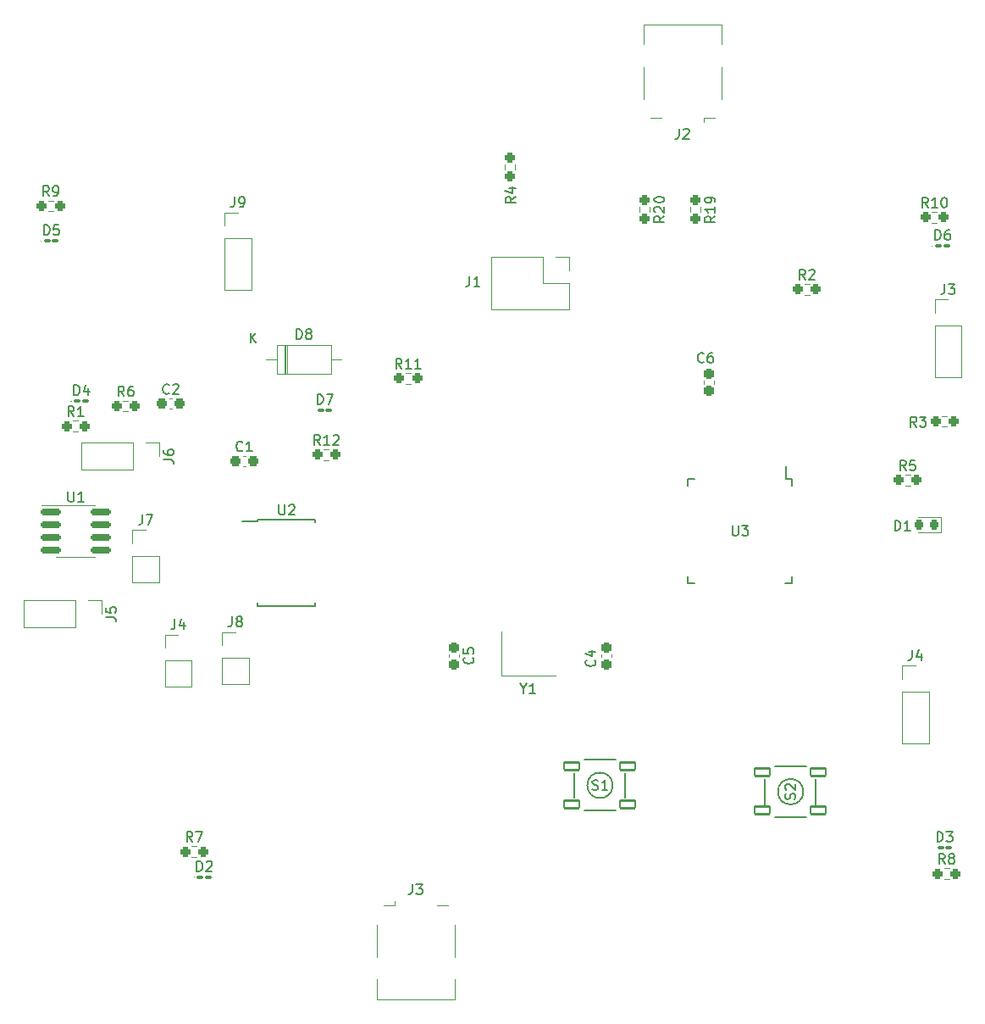
<source format=gto>
G04 #@! TF.GenerationSoftware,KiCad,Pcbnew,7.0.7*
G04 #@! TF.CreationDate,2024-04-23T20:33:32+02:00*
G04 #@! TF.ProjectId,SE3-pad,5345332d-7061-4642-9e6b-696361645f70,rev?*
G04 #@! TF.SameCoordinates,Original*
G04 #@! TF.FileFunction,Legend,Top*
G04 #@! TF.FilePolarity,Positive*
%FSLAX46Y46*%
G04 Gerber Fmt 4.6, Leading zero omitted, Abs format (unit mm)*
G04 Created by KiCad (PCBNEW 7.0.7) date 2024-04-23 20:33:32*
%MOMM*%
%LPD*%
G01*
G04 APERTURE LIST*
G04 Aperture macros list*
%AMRoundRect*
0 Rectangle with rounded corners*
0 $1 Rounding radius*
0 $2 $3 $4 $5 $6 $7 $8 $9 X,Y pos of 4 corners*
0 Add a 4 corners polygon primitive as box body*
4,1,4,$2,$3,$4,$5,$6,$7,$8,$9,$2,$3,0*
0 Add four circle primitives for the rounded corners*
1,1,$1+$1,$2,$3*
1,1,$1+$1,$4,$5*
1,1,$1+$1,$6,$7*
1,1,$1+$1,$8,$9*
0 Add four rect primitives between the rounded corners*
20,1,$1+$1,$2,$3,$4,$5,0*
20,1,$1+$1,$4,$5,$6,$7,0*
20,1,$1+$1,$6,$7,$8,$9,0*
20,1,$1+$1,$8,$9,$2,$3,0*%
G04 Aperture macros list end*
%ADD10C,0.150000*%
%ADD11C,0.127000*%
%ADD12C,0.120000*%
%ADD13C,0.203200*%
%ADD14C,0.100000*%
%ADD15RoundRect,0.150000X-0.825000X-0.150000X0.825000X-0.150000X0.825000X0.150000X-0.825000X0.150000X0*%
%ADD16RoundRect,0.237500X-0.237500X0.300000X-0.237500X-0.300000X0.237500X-0.300000X0.237500X0.300000X0*%
%ADD17RoundRect,0.237500X0.237500X-0.300000X0.237500X0.300000X-0.237500X0.300000X-0.237500X-0.300000X0*%
%ADD18RoundRect,0.218750X0.218750X0.256250X-0.218750X0.256250X-0.218750X-0.256250X0.218750X-0.256250X0*%
%ADD19RoundRect,0.237500X-0.250000X-0.237500X0.250000X-0.237500X0.250000X0.237500X-0.250000X0.237500X0*%
%ADD20RoundRect,0.237500X-0.237500X0.250000X-0.237500X-0.250000X0.237500X-0.250000X0.237500X0.250000X0*%
%ADD21R,0.550000X1.500000*%
%ADD22R,1.500000X0.550000*%
%ADD23R,1.700000X1.700000*%
%ADD24O,1.700000X1.700000*%
%ADD25RoundRect,0.101600X-0.762000X0.381000X-0.762000X-0.381000X0.762000X-0.381000X0.762000X0.381000X0*%
%ADD26R,2.100000X1.800000*%
%ADD27RoundRect,0.237500X0.237500X-0.250000X0.237500X0.250000X-0.237500X0.250000X-0.237500X-0.250000X0*%
%ADD28RoundRect,0.100000X-0.217500X-0.100000X0.217500X-0.100000X0.217500X0.100000X-0.217500X0.100000X0*%
%ADD29R,2.200000X2.200000*%
%ADD30O,2.200000X2.200000*%
%ADD31RoundRect,0.237500X-0.300000X-0.237500X0.300000X-0.237500X0.300000X0.237500X-0.300000X0.237500X0*%
%ADD32C,1.000000*%
%ADD33R,0.500000X2.000000*%
%ADD34R,2.000000X1.700000*%
%ADD35R,1.750000X0.450000*%
G04 APERTURE END LIST*
D10*
X92238095Y-90054819D02*
X92238095Y-90864342D01*
X92238095Y-90864342D02*
X92285714Y-90959580D01*
X92285714Y-90959580D02*
X92333333Y-91007200D01*
X92333333Y-91007200D02*
X92428571Y-91054819D01*
X92428571Y-91054819D02*
X92619047Y-91054819D01*
X92619047Y-91054819D02*
X92714285Y-91007200D01*
X92714285Y-91007200D02*
X92761904Y-90959580D01*
X92761904Y-90959580D02*
X92809523Y-90864342D01*
X92809523Y-90864342D02*
X92809523Y-90054819D01*
X93809523Y-91054819D02*
X93238095Y-91054819D01*
X93523809Y-91054819D02*
X93523809Y-90054819D01*
X93523809Y-90054819D02*
X93428571Y-90197676D01*
X93428571Y-90197676D02*
X93333333Y-90292914D01*
X93333333Y-90292914D02*
X93238095Y-90340533D01*
X144885580Y-106873166D02*
X144933200Y-106920785D01*
X144933200Y-106920785D02*
X144980819Y-107063642D01*
X144980819Y-107063642D02*
X144980819Y-107158880D01*
X144980819Y-107158880D02*
X144933200Y-107301737D01*
X144933200Y-107301737D02*
X144837961Y-107396975D01*
X144837961Y-107396975D02*
X144742723Y-107444594D01*
X144742723Y-107444594D02*
X144552247Y-107492213D01*
X144552247Y-107492213D02*
X144409390Y-107492213D01*
X144409390Y-107492213D02*
X144218914Y-107444594D01*
X144218914Y-107444594D02*
X144123676Y-107396975D01*
X144123676Y-107396975D02*
X144028438Y-107301737D01*
X144028438Y-107301737D02*
X143980819Y-107158880D01*
X143980819Y-107158880D02*
X143980819Y-107063642D01*
X143980819Y-107063642D02*
X144028438Y-106920785D01*
X144028438Y-106920785D02*
X144076057Y-106873166D01*
X144314152Y-106016023D02*
X144980819Y-106016023D01*
X143933200Y-106254118D02*
X144647485Y-106492213D01*
X144647485Y-106492213D02*
X144647485Y-105873166D01*
X132693580Y-106619166D02*
X132741200Y-106666785D01*
X132741200Y-106666785D02*
X132788819Y-106809642D01*
X132788819Y-106809642D02*
X132788819Y-106904880D01*
X132788819Y-106904880D02*
X132741200Y-107047737D01*
X132741200Y-107047737D02*
X132645961Y-107142975D01*
X132645961Y-107142975D02*
X132550723Y-107190594D01*
X132550723Y-107190594D02*
X132360247Y-107238213D01*
X132360247Y-107238213D02*
X132217390Y-107238213D01*
X132217390Y-107238213D02*
X132026914Y-107190594D01*
X132026914Y-107190594D02*
X131931676Y-107142975D01*
X131931676Y-107142975D02*
X131836438Y-107047737D01*
X131836438Y-107047737D02*
X131788819Y-106904880D01*
X131788819Y-106904880D02*
X131788819Y-106809642D01*
X131788819Y-106809642D02*
X131836438Y-106666785D01*
X131836438Y-106666785D02*
X131884057Y-106619166D01*
X131788819Y-105714404D02*
X131788819Y-106190594D01*
X131788819Y-106190594D02*
X132265009Y-106238213D01*
X132265009Y-106238213D02*
X132217390Y-106190594D01*
X132217390Y-106190594D02*
X132169771Y-106095356D01*
X132169771Y-106095356D02*
X132169771Y-105857261D01*
X132169771Y-105857261D02*
X132217390Y-105762023D01*
X132217390Y-105762023D02*
X132265009Y-105714404D01*
X132265009Y-105714404D02*
X132360247Y-105666785D01*
X132360247Y-105666785D02*
X132598342Y-105666785D01*
X132598342Y-105666785D02*
X132693580Y-105714404D01*
X132693580Y-105714404D02*
X132741200Y-105762023D01*
X132741200Y-105762023D02*
X132788819Y-105857261D01*
X132788819Y-105857261D02*
X132788819Y-106095356D01*
X132788819Y-106095356D02*
X132741200Y-106190594D01*
X132741200Y-106190594D02*
X132693580Y-106238213D01*
X155789333Y-77067580D02*
X155741714Y-77115200D01*
X155741714Y-77115200D02*
X155598857Y-77162819D01*
X155598857Y-77162819D02*
X155503619Y-77162819D01*
X155503619Y-77162819D02*
X155360762Y-77115200D01*
X155360762Y-77115200D02*
X155265524Y-77019961D01*
X155265524Y-77019961D02*
X155217905Y-76924723D01*
X155217905Y-76924723D02*
X155170286Y-76734247D01*
X155170286Y-76734247D02*
X155170286Y-76591390D01*
X155170286Y-76591390D02*
X155217905Y-76400914D01*
X155217905Y-76400914D02*
X155265524Y-76305676D01*
X155265524Y-76305676D02*
X155360762Y-76210438D01*
X155360762Y-76210438D02*
X155503619Y-76162819D01*
X155503619Y-76162819D02*
X155598857Y-76162819D01*
X155598857Y-76162819D02*
X155741714Y-76210438D01*
X155741714Y-76210438D02*
X155789333Y-76258057D01*
X156646476Y-76162819D02*
X156456000Y-76162819D01*
X156456000Y-76162819D02*
X156360762Y-76210438D01*
X156360762Y-76210438D02*
X156313143Y-76258057D01*
X156313143Y-76258057D02*
X156217905Y-76400914D01*
X156217905Y-76400914D02*
X156170286Y-76591390D01*
X156170286Y-76591390D02*
X156170286Y-76972342D01*
X156170286Y-76972342D02*
X156217905Y-77067580D01*
X156217905Y-77067580D02*
X156265524Y-77115200D01*
X156265524Y-77115200D02*
X156360762Y-77162819D01*
X156360762Y-77162819D02*
X156551238Y-77162819D01*
X156551238Y-77162819D02*
X156646476Y-77115200D01*
X156646476Y-77115200D02*
X156694095Y-77067580D01*
X156694095Y-77067580D02*
X156741714Y-76972342D01*
X156741714Y-76972342D02*
X156741714Y-76734247D01*
X156741714Y-76734247D02*
X156694095Y-76639009D01*
X156694095Y-76639009D02*
X156646476Y-76591390D01*
X156646476Y-76591390D02*
X156551238Y-76543771D01*
X156551238Y-76543771D02*
X156360762Y-76543771D01*
X156360762Y-76543771D02*
X156265524Y-76591390D01*
X156265524Y-76591390D02*
X156217905Y-76639009D01*
X156217905Y-76639009D02*
X156170286Y-76734247D01*
X174898905Y-93931819D02*
X174898905Y-92931819D01*
X174898905Y-92931819D02*
X175137000Y-92931819D01*
X175137000Y-92931819D02*
X175279857Y-92979438D01*
X175279857Y-92979438D02*
X175375095Y-93074676D01*
X175375095Y-93074676D02*
X175422714Y-93169914D01*
X175422714Y-93169914D02*
X175470333Y-93360390D01*
X175470333Y-93360390D02*
X175470333Y-93503247D01*
X175470333Y-93503247D02*
X175422714Y-93693723D01*
X175422714Y-93693723D02*
X175375095Y-93788961D01*
X175375095Y-93788961D02*
X175279857Y-93884200D01*
X175279857Y-93884200D02*
X175137000Y-93931819D01*
X175137000Y-93931819D02*
X174898905Y-93931819D01*
X176422714Y-93931819D02*
X175851286Y-93931819D01*
X176137000Y-93931819D02*
X176137000Y-92931819D01*
X176137000Y-92931819D02*
X176041762Y-93074676D01*
X176041762Y-93074676D02*
X175946524Y-93169914D01*
X175946524Y-93169914D02*
X175851286Y-93217533D01*
X165925833Y-68874819D02*
X165592500Y-68398628D01*
X165354405Y-68874819D02*
X165354405Y-67874819D01*
X165354405Y-67874819D02*
X165735357Y-67874819D01*
X165735357Y-67874819D02*
X165830595Y-67922438D01*
X165830595Y-67922438D02*
X165878214Y-67970057D01*
X165878214Y-67970057D02*
X165925833Y-68065295D01*
X165925833Y-68065295D02*
X165925833Y-68208152D01*
X165925833Y-68208152D02*
X165878214Y-68303390D01*
X165878214Y-68303390D02*
X165830595Y-68351009D01*
X165830595Y-68351009D02*
X165735357Y-68398628D01*
X165735357Y-68398628D02*
X165354405Y-68398628D01*
X166306786Y-67970057D02*
X166354405Y-67922438D01*
X166354405Y-67922438D02*
X166449643Y-67874819D01*
X166449643Y-67874819D02*
X166687738Y-67874819D01*
X166687738Y-67874819D02*
X166782976Y-67922438D01*
X166782976Y-67922438D02*
X166830595Y-67970057D01*
X166830595Y-67970057D02*
X166878214Y-68065295D01*
X166878214Y-68065295D02*
X166878214Y-68160533D01*
X166878214Y-68160533D02*
X166830595Y-68303390D01*
X166830595Y-68303390D02*
X166259167Y-68874819D01*
X166259167Y-68874819D02*
X166878214Y-68874819D01*
X136979819Y-60595166D02*
X136503628Y-60928499D01*
X136979819Y-61166594D02*
X135979819Y-61166594D01*
X135979819Y-61166594D02*
X135979819Y-60785642D01*
X135979819Y-60785642D02*
X136027438Y-60690404D01*
X136027438Y-60690404D02*
X136075057Y-60642785D01*
X136075057Y-60642785D02*
X136170295Y-60595166D01*
X136170295Y-60595166D02*
X136313152Y-60595166D01*
X136313152Y-60595166D02*
X136408390Y-60642785D01*
X136408390Y-60642785D02*
X136456009Y-60690404D01*
X136456009Y-60690404D02*
X136503628Y-60785642D01*
X136503628Y-60785642D02*
X136503628Y-61166594D01*
X136313152Y-59738023D02*
X136979819Y-59738023D01*
X135932200Y-59976118D02*
X136646485Y-60214213D01*
X136646485Y-60214213D02*
X136646485Y-59595166D01*
X176005833Y-87924819D02*
X175672500Y-87448628D01*
X175434405Y-87924819D02*
X175434405Y-86924819D01*
X175434405Y-86924819D02*
X175815357Y-86924819D01*
X175815357Y-86924819D02*
X175910595Y-86972438D01*
X175910595Y-86972438D02*
X175958214Y-87020057D01*
X175958214Y-87020057D02*
X176005833Y-87115295D01*
X176005833Y-87115295D02*
X176005833Y-87258152D01*
X176005833Y-87258152D02*
X175958214Y-87353390D01*
X175958214Y-87353390D02*
X175910595Y-87401009D01*
X175910595Y-87401009D02*
X175815357Y-87448628D01*
X175815357Y-87448628D02*
X175434405Y-87448628D01*
X176910595Y-86924819D02*
X176434405Y-86924819D01*
X176434405Y-86924819D02*
X176386786Y-87401009D01*
X176386786Y-87401009D02*
X176434405Y-87353390D01*
X176434405Y-87353390D02*
X176529643Y-87305771D01*
X176529643Y-87305771D02*
X176767738Y-87305771D01*
X176767738Y-87305771D02*
X176862976Y-87353390D01*
X176862976Y-87353390D02*
X176910595Y-87401009D01*
X176910595Y-87401009D02*
X176958214Y-87496247D01*
X176958214Y-87496247D02*
X176958214Y-87734342D01*
X176958214Y-87734342D02*
X176910595Y-87829580D01*
X176910595Y-87829580D02*
X176862976Y-87877200D01*
X176862976Y-87877200D02*
X176767738Y-87924819D01*
X176767738Y-87924819D02*
X176529643Y-87924819D01*
X176529643Y-87924819D02*
X176434405Y-87877200D01*
X176434405Y-87877200D02*
X176386786Y-87829580D01*
X158656095Y-93434819D02*
X158656095Y-94244342D01*
X158656095Y-94244342D02*
X158703714Y-94339580D01*
X158703714Y-94339580D02*
X158751333Y-94387200D01*
X158751333Y-94387200D02*
X158846571Y-94434819D01*
X158846571Y-94434819D02*
X159037047Y-94434819D01*
X159037047Y-94434819D02*
X159132285Y-94387200D01*
X159132285Y-94387200D02*
X159179904Y-94339580D01*
X159179904Y-94339580D02*
X159227523Y-94244342D01*
X159227523Y-94244342D02*
X159227523Y-93434819D01*
X159608476Y-93434819D02*
X160227523Y-93434819D01*
X160227523Y-93434819D02*
X159894190Y-93815771D01*
X159894190Y-93815771D02*
X160037047Y-93815771D01*
X160037047Y-93815771D02*
X160132285Y-93863390D01*
X160132285Y-93863390D02*
X160179904Y-93911009D01*
X160179904Y-93911009D02*
X160227523Y-94006247D01*
X160227523Y-94006247D02*
X160227523Y-94244342D01*
X160227523Y-94244342D02*
X160179904Y-94339580D01*
X160179904Y-94339580D02*
X160132285Y-94387200D01*
X160132285Y-94387200D02*
X160037047Y-94434819D01*
X160037047Y-94434819D02*
X159751333Y-94434819D01*
X159751333Y-94434819D02*
X159656095Y-94387200D01*
X159656095Y-94387200D02*
X159608476Y-94339580D01*
X132381666Y-68542819D02*
X132381666Y-69257104D01*
X132381666Y-69257104D02*
X132334047Y-69399961D01*
X132334047Y-69399961D02*
X132238809Y-69495200D01*
X132238809Y-69495200D02*
X132095952Y-69542819D01*
X132095952Y-69542819D02*
X132000714Y-69542819D01*
X133381666Y-69542819D02*
X132810238Y-69542819D01*
X133095952Y-69542819D02*
X133095952Y-68542819D01*
X133095952Y-68542819D02*
X133000714Y-68685676D01*
X133000714Y-68685676D02*
X132905476Y-68780914D01*
X132905476Y-68780914D02*
X132810238Y-68828533D01*
D11*
X144653095Y-119788396D02*
X144795952Y-119836015D01*
X144795952Y-119836015D02*
X145034047Y-119836015D01*
X145034047Y-119836015D02*
X145129285Y-119788396D01*
X145129285Y-119788396D02*
X145176904Y-119740776D01*
X145176904Y-119740776D02*
X145224523Y-119645538D01*
X145224523Y-119645538D02*
X145224523Y-119550300D01*
X145224523Y-119550300D02*
X145176904Y-119455062D01*
X145176904Y-119455062D02*
X145129285Y-119407443D01*
X145129285Y-119407443D02*
X145034047Y-119359824D01*
X145034047Y-119359824D02*
X144843571Y-119312205D01*
X144843571Y-119312205D02*
X144748333Y-119264586D01*
X144748333Y-119264586D02*
X144700714Y-119216967D01*
X144700714Y-119216967D02*
X144653095Y-119121729D01*
X144653095Y-119121729D02*
X144653095Y-119026491D01*
X144653095Y-119026491D02*
X144700714Y-118931253D01*
X144700714Y-118931253D02*
X144748333Y-118883634D01*
X144748333Y-118883634D02*
X144843571Y-118836015D01*
X144843571Y-118836015D02*
X145081666Y-118836015D01*
X145081666Y-118836015D02*
X145224523Y-118883634D01*
X146176904Y-119836015D02*
X145605476Y-119836015D01*
X145891190Y-119836015D02*
X145891190Y-118836015D01*
X145891190Y-118836015D02*
X145795952Y-118978872D01*
X145795952Y-118978872D02*
X145700714Y-119074110D01*
X145700714Y-119074110D02*
X145605476Y-119121729D01*
X164873396Y-120776904D02*
X164921015Y-120634047D01*
X164921015Y-120634047D02*
X164921015Y-120395952D01*
X164921015Y-120395952D02*
X164873396Y-120300714D01*
X164873396Y-120300714D02*
X164825776Y-120253095D01*
X164825776Y-120253095D02*
X164730538Y-120205476D01*
X164730538Y-120205476D02*
X164635300Y-120205476D01*
X164635300Y-120205476D02*
X164540062Y-120253095D01*
X164540062Y-120253095D02*
X164492443Y-120300714D01*
X164492443Y-120300714D02*
X164444824Y-120395952D01*
X164444824Y-120395952D02*
X164397205Y-120586428D01*
X164397205Y-120586428D02*
X164349586Y-120681666D01*
X164349586Y-120681666D02*
X164301967Y-120729285D01*
X164301967Y-120729285D02*
X164206729Y-120776904D01*
X164206729Y-120776904D02*
X164111491Y-120776904D01*
X164111491Y-120776904D02*
X164016253Y-120729285D01*
X164016253Y-120729285D02*
X163968634Y-120681666D01*
X163968634Y-120681666D02*
X163921015Y-120586428D01*
X163921015Y-120586428D02*
X163921015Y-120348333D01*
X163921015Y-120348333D02*
X163968634Y-120205476D01*
X164016253Y-119824523D02*
X163968634Y-119776904D01*
X163968634Y-119776904D02*
X163921015Y-119681666D01*
X163921015Y-119681666D02*
X163921015Y-119443571D01*
X163921015Y-119443571D02*
X163968634Y-119348333D01*
X163968634Y-119348333D02*
X164016253Y-119300714D01*
X164016253Y-119300714D02*
X164111491Y-119253095D01*
X164111491Y-119253095D02*
X164206729Y-119253095D01*
X164206729Y-119253095D02*
X164349586Y-119300714D01*
X164349586Y-119300714D02*
X164921015Y-119872142D01*
X164921015Y-119872142D02*
X164921015Y-119253095D01*
D10*
X137773809Y-109706628D02*
X137773809Y-110182819D01*
X137440476Y-109182819D02*
X137773809Y-109706628D01*
X137773809Y-109706628D02*
X138107142Y-109182819D01*
X138964285Y-110182819D02*
X138392857Y-110182819D01*
X138678571Y-110182819D02*
X138678571Y-109182819D01*
X138678571Y-109182819D02*
X138583333Y-109325676D01*
X138583333Y-109325676D02*
X138488095Y-109420914D01*
X138488095Y-109420914D02*
X138392857Y-109468533D01*
X177052333Y-83581819D02*
X176719000Y-83105628D01*
X176480905Y-83581819D02*
X176480905Y-82581819D01*
X176480905Y-82581819D02*
X176861857Y-82581819D01*
X176861857Y-82581819D02*
X176957095Y-82629438D01*
X176957095Y-82629438D02*
X177004714Y-82677057D01*
X177004714Y-82677057D02*
X177052333Y-82772295D01*
X177052333Y-82772295D02*
X177052333Y-82915152D01*
X177052333Y-82915152D02*
X177004714Y-83010390D01*
X177004714Y-83010390D02*
X176957095Y-83058009D01*
X176957095Y-83058009D02*
X176861857Y-83105628D01*
X176861857Y-83105628D02*
X176480905Y-83105628D01*
X177385667Y-82581819D02*
X178004714Y-82581819D01*
X178004714Y-82581819D02*
X177671381Y-82962771D01*
X177671381Y-82962771D02*
X177814238Y-82962771D01*
X177814238Y-82962771D02*
X177909476Y-83010390D01*
X177909476Y-83010390D02*
X177957095Y-83058009D01*
X177957095Y-83058009D02*
X178004714Y-83153247D01*
X178004714Y-83153247D02*
X178004714Y-83391342D01*
X178004714Y-83391342D02*
X177957095Y-83486580D01*
X177957095Y-83486580D02*
X177909476Y-83534200D01*
X177909476Y-83534200D02*
X177814238Y-83581819D01*
X177814238Y-83581819D02*
X177528524Y-83581819D01*
X177528524Y-83581819D02*
X177433286Y-83534200D01*
X177433286Y-83534200D02*
X177385667Y-83486580D01*
X156918819Y-62538857D02*
X156442628Y-62872190D01*
X156918819Y-63110285D02*
X155918819Y-63110285D01*
X155918819Y-63110285D02*
X155918819Y-62729333D01*
X155918819Y-62729333D02*
X155966438Y-62634095D01*
X155966438Y-62634095D02*
X156014057Y-62586476D01*
X156014057Y-62586476D02*
X156109295Y-62538857D01*
X156109295Y-62538857D02*
X156252152Y-62538857D01*
X156252152Y-62538857D02*
X156347390Y-62586476D01*
X156347390Y-62586476D02*
X156395009Y-62634095D01*
X156395009Y-62634095D02*
X156442628Y-62729333D01*
X156442628Y-62729333D02*
X156442628Y-63110285D01*
X156918819Y-61586476D02*
X156918819Y-62157904D01*
X156918819Y-61872190D02*
X155918819Y-61872190D01*
X155918819Y-61872190D02*
X156061676Y-61967428D01*
X156061676Y-61967428D02*
X156156914Y-62062666D01*
X156156914Y-62062666D02*
X156204533Y-62157904D01*
X156918819Y-61110285D02*
X156918819Y-60919809D01*
X156918819Y-60919809D02*
X156871200Y-60824571D01*
X156871200Y-60824571D02*
X156823580Y-60776952D01*
X156823580Y-60776952D02*
X156680723Y-60681714D01*
X156680723Y-60681714D02*
X156490247Y-60634095D01*
X156490247Y-60634095D02*
X156109295Y-60634095D01*
X156109295Y-60634095D02*
X156014057Y-60681714D01*
X156014057Y-60681714D02*
X155966438Y-60729333D01*
X155966438Y-60729333D02*
X155918819Y-60824571D01*
X155918819Y-60824571D02*
X155918819Y-61015047D01*
X155918819Y-61015047D02*
X155966438Y-61110285D01*
X155966438Y-61110285D02*
X156014057Y-61157904D01*
X156014057Y-61157904D02*
X156109295Y-61205523D01*
X156109295Y-61205523D02*
X156347390Y-61205523D01*
X156347390Y-61205523D02*
X156442628Y-61157904D01*
X156442628Y-61157904D02*
X156490247Y-61110285D01*
X156490247Y-61110285D02*
X156537866Y-61015047D01*
X156537866Y-61015047D02*
X156537866Y-60824571D01*
X156537866Y-60824571D02*
X156490247Y-60729333D01*
X156490247Y-60729333D02*
X156442628Y-60681714D01*
X156442628Y-60681714D02*
X156347390Y-60634095D01*
X151838819Y-62515357D02*
X151362628Y-62848690D01*
X151838819Y-63086785D02*
X150838819Y-63086785D01*
X150838819Y-63086785D02*
X150838819Y-62705833D01*
X150838819Y-62705833D02*
X150886438Y-62610595D01*
X150886438Y-62610595D02*
X150934057Y-62562976D01*
X150934057Y-62562976D02*
X151029295Y-62515357D01*
X151029295Y-62515357D02*
X151172152Y-62515357D01*
X151172152Y-62515357D02*
X151267390Y-62562976D01*
X151267390Y-62562976D02*
X151315009Y-62610595D01*
X151315009Y-62610595D02*
X151362628Y-62705833D01*
X151362628Y-62705833D02*
X151362628Y-63086785D01*
X150934057Y-62134404D02*
X150886438Y-62086785D01*
X150886438Y-62086785D02*
X150838819Y-61991547D01*
X150838819Y-61991547D02*
X150838819Y-61753452D01*
X150838819Y-61753452D02*
X150886438Y-61658214D01*
X150886438Y-61658214D02*
X150934057Y-61610595D01*
X150934057Y-61610595D02*
X151029295Y-61562976D01*
X151029295Y-61562976D02*
X151124533Y-61562976D01*
X151124533Y-61562976D02*
X151267390Y-61610595D01*
X151267390Y-61610595D02*
X151838819Y-62182023D01*
X151838819Y-62182023D02*
X151838819Y-61562976D01*
X150838819Y-60943928D02*
X150838819Y-60848690D01*
X150838819Y-60848690D02*
X150886438Y-60753452D01*
X150886438Y-60753452D02*
X150934057Y-60705833D01*
X150934057Y-60705833D02*
X151029295Y-60658214D01*
X151029295Y-60658214D02*
X151219771Y-60610595D01*
X151219771Y-60610595D02*
X151457866Y-60610595D01*
X151457866Y-60610595D02*
X151648342Y-60658214D01*
X151648342Y-60658214D02*
X151743580Y-60705833D01*
X151743580Y-60705833D02*
X151791200Y-60753452D01*
X151791200Y-60753452D02*
X151838819Y-60848690D01*
X151838819Y-60848690D02*
X151838819Y-60943928D01*
X151838819Y-60943928D02*
X151791200Y-61039166D01*
X151791200Y-61039166D02*
X151743580Y-61086785D01*
X151743580Y-61086785D02*
X151648342Y-61134404D01*
X151648342Y-61134404D02*
X151457866Y-61182023D01*
X151457866Y-61182023D02*
X151219771Y-61182023D01*
X151219771Y-61182023D02*
X151029295Y-61134404D01*
X151029295Y-61134404D02*
X150934057Y-61086785D01*
X150934057Y-61086785D02*
X150886438Y-61039166D01*
X150886438Y-61039166D02*
X150838819Y-60943928D01*
X178207142Y-61674819D02*
X177873809Y-61198628D01*
X177635714Y-61674819D02*
X177635714Y-60674819D01*
X177635714Y-60674819D02*
X178016666Y-60674819D01*
X178016666Y-60674819D02*
X178111904Y-60722438D01*
X178111904Y-60722438D02*
X178159523Y-60770057D01*
X178159523Y-60770057D02*
X178207142Y-60865295D01*
X178207142Y-60865295D02*
X178207142Y-61008152D01*
X178207142Y-61008152D02*
X178159523Y-61103390D01*
X178159523Y-61103390D02*
X178111904Y-61151009D01*
X178111904Y-61151009D02*
X178016666Y-61198628D01*
X178016666Y-61198628D02*
X177635714Y-61198628D01*
X179159523Y-61674819D02*
X178588095Y-61674819D01*
X178873809Y-61674819D02*
X178873809Y-60674819D01*
X178873809Y-60674819D02*
X178778571Y-60817676D01*
X178778571Y-60817676D02*
X178683333Y-60912914D01*
X178683333Y-60912914D02*
X178588095Y-60960533D01*
X179778571Y-60674819D02*
X179873809Y-60674819D01*
X179873809Y-60674819D02*
X179969047Y-60722438D01*
X179969047Y-60722438D02*
X180016666Y-60770057D01*
X180016666Y-60770057D02*
X180064285Y-60865295D01*
X180064285Y-60865295D02*
X180111904Y-61055771D01*
X180111904Y-61055771D02*
X180111904Y-61293866D01*
X180111904Y-61293866D02*
X180064285Y-61484342D01*
X180064285Y-61484342D02*
X180016666Y-61579580D01*
X180016666Y-61579580D02*
X179969047Y-61627200D01*
X179969047Y-61627200D02*
X179873809Y-61674819D01*
X179873809Y-61674819D02*
X179778571Y-61674819D01*
X179778571Y-61674819D02*
X179683333Y-61627200D01*
X179683333Y-61627200D02*
X179635714Y-61579580D01*
X179635714Y-61579580D02*
X179588095Y-61484342D01*
X179588095Y-61484342D02*
X179540476Y-61293866D01*
X179540476Y-61293866D02*
X179540476Y-61055771D01*
X179540476Y-61055771D02*
X179588095Y-60865295D01*
X179588095Y-60865295D02*
X179635714Y-60770057D01*
X179635714Y-60770057D02*
X179683333Y-60722438D01*
X179683333Y-60722438D02*
X179778571Y-60674819D01*
X117169405Y-81319819D02*
X117169405Y-80319819D01*
X117169405Y-80319819D02*
X117407500Y-80319819D01*
X117407500Y-80319819D02*
X117550357Y-80367438D01*
X117550357Y-80367438D02*
X117645595Y-80462676D01*
X117645595Y-80462676D02*
X117693214Y-80557914D01*
X117693214Y-80557914D02*
X117740833Y-80748390D01*
X117740833Y-80748390D02*
X117740833Y-80891247D01*
X117740833Y-80891247D02*
X117693214Y-81081723D01*
X117693214Y-81081723D02*
X117645595Y-81176961D01*
X117645595Y-81176961D02*
X117550357Y-81272200D01*
X117550357Y-81272200D02*
X117407500Y-81319819D01*
X117407500Y-81319819D02*
X117169405Y-81319819D01*
X118074167Y-80319819D02*
X118740833Y-80319819D01*
X118740833Y-80319819D02*
X118312262Y-81319819D01*
X92833333Y-82524819D02*
X92500000Y-82048628D01*
X92261905Y-82524819D02*
X92261905Y-81524819D01*
X92261905Y-81524819D02*
X92642857Y-81524819D01*
X92642857Y-81524819D02*
X92738095Y-81572438D01*
X92738095Y-81572438D02*
X92785714Y-81620057D01*
X92785714Y-81620057D02*
X92833333Y-81715295D01*
X92833333Y-81715295D02*
X92833333Y-81858152D01*
X92833333Y-81858152D02*
X92785714Y-81953390D01*
X92785714Y-81953390D02*
X92738095Y-82001009D01*
X92738095Y-82001009D02*
X92642857Y-82048628D01*
X92642857Y-82048628D02*
X92261905Y-82048628D01*
X93785714Y-82524819D02*
X93214286Y-82524819D01*
X93500000Y-82524819D02*
X93500000Y-81524819D01*
X93500000Y-81524819D02*
X93404762Y-81667676D01*
X93404762Y-81667676D02*
X93309524Y-81762914D01*
X93309524Y-81762914D02*
X93214286Y-81810533D01*
X108886666Y-60624819D02*
X108886666Y-61339104D01*
X108886666Y-61339104D02*
X108839047Y-61481961D01*
X108839047Y-61481961D02*
X108743809Y-61577200D01*
X108743809Y-61577200D02*
X108600952Y-61624819D01*
X108600952Y-61624819D02*
X108505714Y-61624819D01*
X109410476Y-61624819D02*
X109600952Y-61624819D01*
X109600952Y-61624819D02*
X109696190Y-61577200D01*
X109696190Y-61577200D02*
X109743809Y-61529580D01*
X109743809Y-61529580D02*
X109839047Y-61386723D01*
X109839047Y-61386723D02*
X109886666Y-61196247D01*
X109886666Y-61196247D02*
X109886666Y-60815295D01*
X109886666Y-60815295D02*
X109839047Y-60720057D01*
X109839047Y-60720057D02*
X109791428Y-60672438D01*
X109791428Y-60672438D02*
X109696190Y-60624819D01*
X109696190Y-60624819D02*
X109505714Y-60624819D01*
X109505714Y-60624819D02*
X109410476Y-60672438D01*
X109410476Y-60672438D02*
X109362857Y-60720057D01*
X109362857Y-60720057D02*
X109315238Y-60815295D01*
X109315238Y-60815295D02*
X109315238Y-61053390D01*
X109315238Y-61053390D02*
X109362857Y-61148628D01*
X109362857Y-61148628D02*
X109410476Y-61196247D01*
X109410476Y-61196247D02*
X109505714Y-61243866D01*
X109505714Y-61243866D02*
X109696190Y-61243866D01*
X109696190Y-61243866D02*
X109791428Y-61196247D01*
X109791428Y-61196247D02*
X109839047Y-61148628D01*
X109839047Y-61148628D02*
X109886666Y-61053390D01*
X96034819Y-102583333D02*
X96749104Y-102583333D01*
X96749104Y-102583333D02*
X96891961Y-102630952D01*
X96891961Y-102630952D02*
X96987200Y-102726190D01*
X96987200Y-102726190D02*
X97034819Y-102869047D01*
X97034819Y-102869047D02*
X97034819Y-102964285D01*
X96034819Y-101630952D02*
X96034819Y-102107142D01*
X96034819Y-102107142D02*
X96511009Y-102154761D01*
X96511009Y-102154761D02*
X96463390Y-102107142D01*
X96463390Y-102107142D02*
X96415771Y-102011904D01*
X96415771Y-102011904D02*
X96415771Y-101773809D01*
X96415771Y-101773809D02*
X96463390Y-101678571D01*
X96463390Y-101678571D02*
X96511009Y-101630952D01*
X96511009Y-101630952D02*
X96606247Y-101583333D01*
X96606247Y-101583333D02*
X96844342Y-101583333D01*
X96844342Y-101583333D02*
X96939580Y-101630952D01*
X96939580Y-101630952D02*
X96987200Y-101678571D01*
X96987200Y-101678571D02*
X97034819Y-101773809D01*
X97034819Y-101773809D02*
X97034819Y-102011904D01*
X97034819Y-102011904D02*
X96987200Y-102107142D01*
X96987200Y-102107142D02*
X96939580Y-102154761D01*
X90333333Y-60524819D02*
X90000000Y-60048628D01*
X89761905Y-60524819D02*
X89761905Y-59524819D01*
X89761905Y-59524819D02*
X90142857Y-59524819D01*
X90142857Y-59524819D02*
X90238095Y-59572438D01*
X90238095Y-59572438D02*
X90285714Y-59620057D01*
X90285714Y-59620057D02*
X90333333Y-59715295D01*
X90333333Y-59715295D02*
X90333333Y-59858152D01*
X90333333Y-59858152D02*
X90285714Y-59953390D01*
X90285714Y-59953390D02*
X90238095Y-60001009D01*
X90238095Y-60001009D02*
X90142857Y-60048628D01*
X90142857Y-60048628D02*
X89761905Y-60048628D01*
X90809524Y-60524819D02*
X91000000Y-60524819D01*
X91000000Y-60524819D02*
X91095238Y-60477200D01*
X91095238Y-60477200D02*
X91142857Y-60429580D01*
X91142857Y-60429580D02*
X91238095Y-60286723D01*
X91238095Y-60286723D02*
X91285714Y-60096247D01*
X91285714Y-60096247D02*
X91285714Y-59715295D01*
X91285714Y-59715295D02*
X91238095Y-59620057D01*
X91238095Y-59620057D02*
X91190476Y-59572438D01*
X91190476Y-59572438D02*
X91095238Y-59524819D01*
X91095238Y-59524819D02*
X90904762Y-59524819D01*
X90904762Y-59524819D02*
X90809524Y-59572438D01*
X90809524Y-59572438D02*
X90761905Y-59620057D01*
X90761905Y-59620057D02*
X90714286Y-59715295D01*
X90714286Y-59715295D02*
X90714286Y-59953390D01*
X90714286Y-59953390D02*
X90761905Y-60048628D01*
X90761905Y-60048628D02*
X90809524Y-60096247D01*
X90809524Y-60096247D02*
X90904762Y-60143866D01*
X90904762Y-60143866D02*
X91095238Y-60143866D01*
X91095238Y-60143866D02*
X91190476Y-60096247D01*
X91190476Y-60096247D02*
X91238095Y-60048628D01*
X91238095Y-60048628D02*
X91285714Y-59953390D01*
X101784819Y-86833333D02*
X102499104Y-86833333D01*
X102499104Y-86833333D02*
X102641961Y-86880952D01*
X102641961Y-86880952D02*
X102737200Y-86976190D01*
X102737200Y-86976190D02*
X102784819Y-87119047D01*
X102784819Y-87119047D02*
X102784819Y-87214285D01*
X101784819Y-85928571D02*
X101784819Y-86119047D01*
X101784819Y-86119047D02*
X101832438Y-86214285D01*
X101832438Y-86214285D02*
X101880057Y-86261904D01*
X101880057Y-86261904D02*
X102022914Y-86357142D01*
X102022914Y-86357142D02*
X102213390Y-86404761D01*
X102213390Y-86404761D02*
X102594342Y-86404761D01*
X102594342Y-86404761D02*
X102689580Y-86357142D01*
X102689580Y-86357142D02*
X102737200Y-86309523D01*
X102737200Y-86309523D02*
X102784819Y-86214285D01*
X102784819Y-86214285D02*
X102784819Y-86023809D01*
X102784819Y-86023809D02*
X102737200Y-85928571D01*
X102737200Y-85928571D02*
X102689580Y-85880952D01*
X102689580Y-85880952D02*
X102594342Y-85833333D01*
X102594342Y-85833333D02*
X102356247Y-85833333D01*
X102356247Y-85833333D02*
X102261009Y-85880952D01*
X102261009Y-85880952D02*
X102213390Y-85928571D01*
X102213390Y-85928571D02*
X102165771Y-86023809D01*
X102165771Y-86023809D02*
X102165771Y-86214285D01*
X102165771Y-86214285D02*
X102213390Y-86309523D01*
X102213390Y-86309523D02*
X102261009Y-86357142D01*
X102261009Y-86357142D02*
X102356247Y-86404761D01*
X89829405Y-64404819D02*
X89829405Y-63404819D01*
X89829405Y-63404819D02*
X90067500Y-63404819D01*
X90067500Y-63404819D02*
X90210357Y-63452438D01*
X90210357Y-63452438D02*
X90305595Y-63547676D01*
X90305595Y-63547676D02*
X90353214Y-63642914D01*
X90353214Y-63642914D02*
X90400833Y-63833390D01*
X90400833Y-63833390D02*
X90400833Y-63976247D01*
X90400833Y-63976247D02*
X90353214Y-64166723D01*
X90353214Y-64166723D02*
X90305595Y-64261961D01*
X90305595Y-64261961D02*
X90210357Y-64357200D01*
X90210357Y-64357200D02*
X90067500Y-64404819D01*
X90067500Y-64404819D02*
X89829405Y-64404819D01*
X91305595Y-63404819D02*
X90829405Y-63404819D01*
X90829405Y-63404819D02*
X90781786Y-63881009D01*
X90781786Y-63881009D02*
X90829405Y-63833390D01*
X90829405Y-63833390D02*
X90924643Y-63785771D01*
X90924643Y-63785771D02*
X91162738Y-63785771D01*
X91162738Y-63785771D02*
X91257976Y-63833390D01*
X91257976Y-63833390D02*
X91305595Y-63881009D01*
X91305595Y-63881009D02*
X91353214Y-63976247D01*
X91353214Y-63976247D02*
X91353214Y-64214342D01*
X91353214Y-64214342D02*
X91305595Y-64309580D01*
X91305595Y-64309580D02*
X91257976Y-64357200D01*
X91257976Y-64357200D02*
X91162738Y-64404819D01*
X91162738Y-64404819D02*
X90924643Y-64404819D01*
X90924643Y-64404819D02*
X90829405Y-64357200D01*
X90829405Y-64357200D02*
X90781786Y-64309580D01*
X105111905Y-127954819D02*
X105111905Y-126954819D01*
X105111905Y-126954819D02*
X105350000Y-126954819D01*
X105350000Y-126954819D02*
X105492857Y-127002438D01*
X105492857Y-127002438D02*
X105588095Y-127097676D01*
X105588095Y-127097676D02*
X105635714Y-127192914D01*
X105635714Y-127192914D02*
X105683333Y-127383390D01*
X105683333Y-127383390D02*
X105683333Y-127526247D01*
X105683333Y-127526247D02*
X105635714Y-127716723D01*
X105635714Y-127716723D02*
X105588095Y-127811961D01*
X105588095Y-127811961D02*
X105492857Y-127907200D01*
X105492857Y-127907200D02*
X105350000Y-127954819D01*
X105350000Y-127954819D02*
X105111905Y-127954819D01*
X106064286Y-127050057D02*
X106111905Y-127002438D01*
X106111905Y-127002438D02*
X106207143Y-126954819D01*
X106207143Y-126954819D02*
X106445238Y-126954819D01*
X106445238Y-126954819D02*
X106540476Y-127002438D01*
X106540476Y-127002438D02*
X106588095Y-127050057D01*
X106588095Y-127050057D02*
X106635714Y-127145295D01*
X106635714Y-127145295D02*
X106635714Y-127240533D01*
X106635714Y-127240533D02*
X106588095Y-127383390D01*
X106588095Y-127383390D02*
X106016667Y-127954819D01*
X106016667Y-127954819D02*
X106635714Y-127954819D01*
X99666666Y-92349819D02*
X99666666Y-93064104D01*
X99666666Y-93064104D02*
X99619047Y-93206961D01*
X99619047Y-93206961D02*
X99523809Y-93302200D01*
X99523809Y-93302200D02*
X99380952Y-93349819D01*
X99380952Y-93349819D02*
X99285714Y-93349819D01*
X100047619Y-92349819D02*
X100714285Y-92349819D01*
X100714285Y-92349819D02*
X100285714Y-93349819D01*
X179883333Y-127224819D02*
X179550000Y-126748628D01*
X179311905Y-127224819D02*
X179311905Y-126224819D01*
X179311905Y-126224819D02*
X179692857Y-126224819D01*
X179692857Y-126224819D02*
X179788095Y-126272438D01*
X179788095Y-126272438D02*
X179835714Y-126320057D01*
X179835714Y-126320057D02*
X179883333Y-126415295D01*
X179883333Y-126415295D02*
X179883333Y-126558152D01*
X179883333Y-126558152D02*
X179835714Y-126653390D01*
X179835714Y-126653390D02*
X179788095Y-126701009D01*
X179788095Y-126701009D02*
X179692857Y-126748628D01*
X179692857Y-126748628D02*
X179311905Y-126748628D01*
X180454762Y-126653390D02*
X180359524Y-126605771D01*
X180359524Y-126605771D02*
X180311905Y-126558152D01*
X180311905Y-126558152D02*
X180264286Y-126462914D01*
X180264286Y-126462914D02*
X180264286Y-126415295D01*
X180264286Y-126415295D02*
X180311905Y-126320057D01*
X180311905Y-126320057D02*
X180359524Y-126272438D01*
X180359524Y-126272438D02*
X180454762Y-126224819D01*
X180454762Y-126224819D02*
X180645238Y-126224819D01*
X180645238Y-126224819D02*
X180740476Y-126272438D01*
X180740476Y-126272438D02*
X180788095Y-126320057D01*
X180788095Y-126320057D02*
X180835714Y-126415295D01*
X180835714Y-126415295D02*
X180835714Y-126462914D01*
X180835714Y-126462914D02*
X180788095Y-126558152D01*
X180788095Y-126558152D02*
X180740476Y-126605771D01*
X180740476Y-126605771D02*
X180645238Y-126653390D01*
X180645238Y-126653390D02*
X180454762Y-126653390D01*
X180454762Y-126653390D02*
X180359524Y-126701009D01*
X180359524Y-126701009D02*
X180311905Y-126748628D01*
X180311905Y-126748628D02*
X180264286Y-126843866D01*
X180264286Y-126843866D02*
X180264286Y-127034342D01*
X180264286Y-127034342D02*
X180311905Y-127129580D01*
X180311905Y-127129580D02*
X180359524Y-127177200D01*
X180359524Y-127177200D02*
X180454762Y-127224819D01*
X180454762Y-127224819D02*
X180645238Y-127224819D01*
X180645238Y-127224819D02*
X180740476Y-127177200D01*
X180740476Y-127177200D02*
X180788095Y-127129580D01*
X180788095Y-127129580D02*
X180835714Y-127034342D01*
X180835714Y-127034342D02*
X180835714Y-126843866D01*
X180835714Y-126843866D02*
X180788095Y-126748628D01*
X180788095Y-126748628D02*
X180740476Y-126701009D01*
X180740476Y-126701009D02*
X180645238Y-126653390D01*
X92829405Y-80404819D02*
X92829405Y-79404819D01*
X92829405Y-79404819D02*
X93067500Y-79404819D01*
X93067500Y-79404819D02*
X93210357Y-79452438D01*
X93210357Y-79452438D02*
X93305595Y-79547676D01*
X93305595Y-79547676D02*
X93353214Y-79642914D01*
X93353214Y-79642914D02*
X93400833Y-79833390D01*
X93400833Y-79833390D02*
X93400833Y-79976247D01*
X93400833Y-79976247D02*
X93353214Y-80166723D01*
X93353214Y-80166723D02*
X93305595Y-80261961D01*
X93305595Y-80261961D02*
X93210357Y-80357200D01*
X93210357Y-80357200D02*
X93067500Y-80404819D01*
X93067500Y-80404819D02*
X92829405Y-80404819D01*
X94257976Y-79738152D02*
X94257976Y-80404819D01*
X94019881Y-79357200D02*
X93781786Y-80071485D01*
X93781786Y-80071485D02*
X94400833Y-80071485D01*
X125594642Y-77764819D02*
X125261309Y-77288628D01*
X125023214Y-77764819D02*
X125023214Y-76764819D01*
X125023214Y-76764819D02*
X125404166Y-76764819D01*
X125404166Y-76764819D02*
X125499404Y-76812438D01*
X125499404Y-76812438D02*
X125547023Y-76860057D01*
X125547023Y-76860057D02*
X125594642Y-76955295D01*
X125594642Y-76955295D02*
X125594642Y-77098152D01*
X125594642Y-77098152D02*
X125547023Y-77193390D01*
X125547023Y-77193390D02*
X125499404Y-77241009D01*
X125499404Y-77241009D02*
X125404166Y-77288628D01*
X125404166Y-77288628D02*
X125023214Y-77288628D01*
X126547023Y-77764819D02*
X125975595Y-77764819D01*
X126261309Y-77764819D02*
X126261309Y-76764819D01*
X126261309Y-76764819D02*
X126166071Y-76907676D01*
X126166071Y-76907676D02*
X126070833Y-77002914D01*
X126070833Y-77002914D02*
X125975595Y-77050533D01*
X127499404Y-77764819D02*
X126927976Y-77764819D01*
X127213690Y-77764819D02*
X127213690Y-76764819D01*
X127213690Y-76764819D02*
X127118452Y-76907676D01*
X127118452Y-76907676D02*
X127023214Y-77002914D01*
X127023214Y-77002914D02*
X126927976Y-77050533D01*
X97833333Y-80524819D02*
X97500000Y-80048628D01*
X97261905Y-80524819D02*
X97261905Y-79524819D01*
X97261905Y-79524819D02*
X97642857Y-79524819D01*
X97642857Y-79524819D02*
X97738095Y-79572438D01*
X97738095Y-79572438D02*
X97785714Y-79620057D01*
X97785714Y-79620057D02*
X97833333Y-79715295D01*
X97833333Y-79715295D02*
X97833333Y-79858152D01*
X97833333Y-79858152D02*
X97785714Y-79953390D01*
X97785714Y-79953390D02*
X97738095Y-80001009D01*
X97738095Y-80001009D02*
X97642857Y-80048628D01*
X97642857Y-80048628D02*
X97261905Y-80048628D01*
X98690476Y-79524819D02*
X98500000Y-79524819D01*
X98500000Y-79524819D02*
X98404762Y-79572438D01*
X98404762Y-79572438D02*
X98357143Y-79620057D01*
X98357143Y-79620057D02*
X98261905Y-79762914D01*
X98261905Y-79762914D02*
X98214286Y-79953390D01*
X98214286Y-79953390D02*
X98214286Y-80334342D01*
X98214286Y-80334342D02*
X98261905Y-80429580D01*
X98261905Y-80429580D02*
X98309524Y-80477200D01*
X98309524Y-80477200D02*
X98404762Y-80524819D01*
X98404762Y-80524819D02*
X98595238Y-80524819D01*
X98595238Y-80524819D02*
X98690476Y-80477200D01*
X98690476Y-80477200D02*
X98738095Y-80429580D01*
X98738095Y-80429580D02*
X98785714Y-80334342D01*
X98785714Y-80334342D02*
X98785714Y-80096247D01*
X98785714Y-80096247D02*
X98738095Y-80001009D01*
X98738095Y-80001009D02*
X98690476Y-79953390D01*
X98690476Y-79953390D02*
X98595238Y-79905771D01*
X98595238Y-79905771D02*
X98404762Y-79905771D01*
X98404762Y-79905771D02*
X98309524Y-79953390D01*
X98309524Y-79953390D02*
X98261905Y-80001009D01*
X98261905Y-80001009D02*
X98214286Y-80096247D01*
X102917666Y-102788819D02*
X102917666Y-103503104D01*
X102917666Y-103503104D02*
X102870047Y-103645961D01*
X102870047Y-103645961D02*
X102774809Y-103741200D01*
X102774809Y-103741200D02*
X102631952Y-103788819D01*
X102631952Y-103788819D02*
X102536714Y-103788819D01*
X103822428Y-103122152D02*
X103822428Y-103788819D01*
X103584333Y-102741200D02*
X103346238Y-103455485D01*
X103346238Y-103455485D02*
X103965285Y-103455485D01*
X115061905Y-74819819D02*
X115061905Y-73819819D01*
X115061905Y-73819819D02*
X115300000Y-73819819D01*
X115300000Y-73819819D02*
X115442857Y-73867438D01*
X115442857Y-73867438D02*
X115538095Y-73962676D01*
X115538095Y-73962676D02*
X115585714Y-74057914D01*
X115585714Y-74057914D02*
X115633333Y-74248390D01*
X115633333Y-74248390D02*
X115633333Y-74391247D01*
X115633333Y-74391247D02*
X115585714Y-74581723D01*
X115585714Y-74581723D02*
X115538095Y-74676961D01*
X115538095Y-74676961D02*
X115442857Y-74772200D01*
X115442857Y-74772200D02*
X115300000Y-74819819D01*
X115300000Y-74819819D02*
X115061905Y-74819819D01*
X116204762Y-74248390D02*
X116109524Y-74200771D01*
X116109524Y-74200771D02*
X116061905Y-74153152D01*
X116061905Y-74153152D02*
X116014286Y-74057914D01*
X116014286Y-74057914D02*
X116014286Y-74010295D01*
X116014286Y-74010295D02*
X116061905Y-73915057D01*
X116061905Y-73915057D02*
X116109524Y-73867438D01*
X116109524Y-73867438D02*
X116204762Y-73819819D01*
X116204762Y-73819819D02*
X116395238Y-73819819D01*
X116395238Y-73819819D02*
X116490476Y-73867438D01*
X116490476Y-73867438D02*
X116538095Y-73915057D01*
X116538095Y-73915057D02*
X116585714Y-74010295D01*
X116585714Y-74010295D02*
X116585714Y-74057914D01*
X116585714Y-74057914D02*
X116538095Y-74153152D01*
X116538095Y-74153152D02*
X116490476Y-74200771D01*
X116490476Y-74200771D02*
X116395238Y-74248390D01*
X116395238Y-74248390D02*
X116204762Y-74248390D01*
X116204762Y-74248390D02*
X116109524Y-74296009D01*
X116109524Y-74296009D02*
X116061905Y-74343628D01*
X116061905Y-74343628D02*
X116014286Y-74438866D01*
X116014286Y-74438866D02*
X116014286Y-74629342D01*
X116014286Y-74629342D02*
X116061905Y-74724580D01*
X116061905Y-74724580D02*
X116109524Y-74772200D01*
X116109524Y-74772200D02*
X116204762Y-74819819D01*
X116204762Y-74819819D02*
X116395238Y-74819819D01*
X116395238Y-74819819D02*
X116490476Y-74772200D01*
X116490476Y-74772200D02*
X116538095Y-74724580D01*
X116538095Y-74724580D02*
X116585714Y-74629342D01*
X116585714Y-74629342D02*
X116585714Y-74438866D01*
X116585714Y-74438866D02*
X116538095Y-74343628D01*
X116538095Y-74343628D02*
X116490476Y-74296009D01*
X116490476Y-74296009D02*
X116395238Y-74248390D01*
X110458095Y-75189819D02*
X110458095Y-74189819D01*
X111029523Y-75189819D02*
X110600952Y-74618390D01*
X111029523Y-74189819D02*
X110458095Y-74761247D01*
X102333333Y-80209580D02*
X102285714Y-80257200D01*
X102285714Y-80257200D02*
X102142857Y-80304819D01*
X102142857Y-80304819D02*
X102047619Y-80304819D01*
X102047619Y-80304819D02*
X101904762Y-80257200D01*
X101904762Y-80257200D02*
X101809524Y-80161961D01*
X101809524Y-80161961D02*
X101761905Y-80066723D01*
X101761905Y-80066723D02*
X101714286Y-79876247D01*
X101714286Y-79876247D02*
X101714286Y-79733390D01*
X101714286Y-79733390D02*
X101761905Y-79542914D01*
X101761905Y-79542914D02*
X101809524Y-79447676D01*
X101809524Y-79447676D02*
X101904762Y-79352438D01*
X101904762Y-79352438D02*
X102047619Y-79304819D01*
X102047619Y-79304819D02*
X102142857Y-79304819D01*
X102142857Y-79304819D02*
X102285714Y-79352438D01*
X102285714Y-79352438D02*
X102333333Y-79400057D01*
X102714286Y-79400057D02*
X102761905Y-79352438D01*
X102761905Y-79352438D02*
X102857143Y-79304819D01*
X102857143Y-79304819D02*
X103095238Y-79304819D01*
X103095238Y-79304819D02*
X103190476Y-79352438D01*
X103190476Y-79352438D02*
X103238095Y-79400057D01*
X103238095Y-79400057D02*
X103285714Y-79495295D01*
X103285714Y-79495295D02*
X103285714Y-79590533D01*
X103285714Y-79590533D02*
X103238095Y-79733390D01*
X103238095Y-79733390D02*
X102666667Y-80304819D01*
X102666667Y-80304819D02*
X103285714Y-80304819D01*
X153336666Y-53789819D02*
X153336666Y-54504104D01*
X153336666Y-54504104D02*
X153289047Y-54646961D01*
X153289047Y-54646961D02*
X153193809Y-54742200D01*
X153193809Y-54742200D02*
X153050952Y-54789819D01*
X153050952Y-54789819D02*
X152955714Y-54789819D01*
X153765238Y-53885057D02*
X153812857Y-53837438D01*
X153812857Y-53837438D02*
X153908095Y-53789819D01*
X153908095Y-53789819D02*
X154146190Y-53789819D01*
X154146190Y-53789819D02*
X154241428Y-53837438D01*
X154241428Y-53837438D02*
X154289047Y-53885057D01*
X154289047Y-53885057D02*
X154336666Y-53980295D01*
X154336666Y-53980295D02*
X154336666Y-54075533D01*
X154336666Y-54075533D02*
X154289047Y-54218390D01*
X154289047Y-54218390D02*
X153717619Y-54789819D01*
X153717619Y-54789819D02*
X154336666Y-54789819D01*
X179126905Y-125004819D02*
X179126905Y-124004819D01*
X179126905Y-124004819D02*
X179365000Y-124004819D01*
X179365000Y-124004819D02*
X179507857Y-124052438D01*
X179507857Y-124052438D02*
X179603095Y-124147676D01*
X179603095Y-124147676D02*
X179650714Y-124242914D01*
X179650714Y-124242914D02*
X179698333Y-124433390D01*
X179698333Y-124433390D02*
X179698333Y-124576247D01*
X179698333Y-124576247D02*
X179650714Y-124766723D01*
X179650714Y-124766723D02*
X179603095Y-124861961D01*
X179603095Y-124861961D02*
X179507857Y-124957200D01*
X179507857Y-124957200D02*
X179365000Y-125004819D01*
X179365000Y-125004819D02*
X179126905Y-125004819D01*
X180031667Y-124004819D02*
X180650714Y-124004819D01*
X180650714Y-124004819D02*
X180317381Y-124385771D01*
X180317381Y-124385771D02*
X180460238Y-124385771D01*
X180460238Y-124385771D02*
X180555476Y-124433390D01*
X180555476Y-124433390D02*
X180603095Y-124481009D01*
X180603095Y-124481009D02*
X180650714Y-124576247D01*
X180650714Y-124576247D02*
X180650714Y-124814342D01*
X180650714Y-124814342D02*
X180603095Y-124909580D01*
X180603095Y-124909580D02*
X180555476Y-124957200D01*
X180555476Y-124957200D02*
X180460238Y-125004819D01*
X180460238Y-125004819D02*
X180174524Y-125004819D01*
X180174524Y-125004819D02*
X180079286Y-124957200D01*
X180079286Y-124957200D02*
X180031667Y-124909580D01*
X178926905Y-64904819D02*
X178926905Y-63904819D01*
X178926905Y-63904819D02*
X179165000Y-63904819D01*
X179165000Y-63904819D02*
X179307857Y-63952438D01*
X179307857Y-63952438D02*
X179403095Y-64047676D01*
X179403095Y-64047676D02*
X179450714Y-64142914D01*
X179450714Y-64142914D02*
X179498333Y-64333390D01*
X179498333Y-64333390D02*
X179498333Y-64476247D01*
X179498333Y-64476247D02*
X179450714Y-64666723D01*
X179450714Y-64666723D02*
X179403095Y-64761961D01*
X179403095Y-64761961D02*
X179307857Y-64857200D01*
X179307857Y-64857200D02*
X179165000Y-64904819D01*
X179165000Y-64904819D02*
X178926905Y-64904819D01*
X180355476Y-63904819D02*
X180165000Y-63904819D01*
X180165000Y-63904819D02*
X180069762Y-63952438D01*
X180069762Y-63952438D02*
X180022143Y-64000057D01*
X180022143Y-64000057D02*
X179926905Y-64142914D01*
X179926905Y-64142914D02*
X179879286Y-64333390D01*
X179879286Y-64333390D02*
X179879286Y-64714342D01*
X179879286Y-64714342D02*
X179926905Y-64809580D01*
X179926905Y-64809580D02*
X179974524Y-64857200D01*
X179974524Y-64857200D02*
X180069762Y-64904819D01*
X180069762Y-64904819D02*
X180260238Y-64904819D01*
X180260238Y-64904819D02*
X180355476Y-64857200D01*
X180355476Y-64857200D02*
X180403095Y-64809580D01*
X180403095Y-64809580D02*
X180450714Y-64714342D01*
X180450714Y-64714342D02*
X180450714Y-64476247D01*
X180450714Y-64476247D02*
X180403095Y-64381009D01*
X180403095Y-64381009D02*
X180355476Y-64333390D01*
X180355476Y-64333390D02*
X180260238Y-64285771D01*
X180260238Y-64285771D02*
X180069762Y-64285771D01*
X180069762Y-64285771D02*
X179974524Y-64333390D01*
X179974524Y-64333390D02*
X179926905Y-64381009D01*
X179926905Y-64381009D02*
X179879286Y-64476247D01*
X108632666Y-102534819D02*
X108632666Y-103249104D01*
X108632666Y-103249104D02*
X108585047Y-103391961D01*
X108585047Y-103391961D02*
X108489809Y-103487200D01*
X108489809Y-103487200D02*
X108346952Y-103534819D01*
X108346952Y-103534819D02*
X108251714Y-103534819D01*
X109251714Y-102963390D02*
X109156476Y-102915771D01*
X109156476Y-102915771D02*
X109108857Y-102868152D01*
X109108857Y-102868152D02*
X109061238Y-102772914D01*
X109061238Y-102772914D02*
X109061238Y-102725295D01*
X109061238Y-102725295D02*
X109108857Y-102630057D01*
X109108857Y-102630057D02*
X109156476Y-102582438D01*
X109156476Y-102582438D02*
X109251714Y-102534819D01*
X109251714Y-102534819D02*
X109442190Y-102534819D01*
X109442190Y-102534819D02*
X109537428Y-102582438D01*
X109537428Y-102582438D02*
X109585047Y-102630057D01*
X109585047Y-102630057D02*
X109632666Y-102725295D01*
X109632666Y-102725295D02*
X109632666Y-102772914D01*
X109632666Y-102772914D02*
X109585047Y-102868152D01*
X109585047Y-102868152D02*
X109537428Y-102915771D01*
X109537428Y-102915771D02*
X109442190Y-102963390D01*
X109442190Y-102963390D02*
X109251714Y-102963390D01*
X109251714Y-102963390D02*
X109156476Y-103011009D01*
X109156476Y-103011009D02*
X109108857Y-103058628D01*
X109108857Y-103058628D02*
X109061238Y-103153866D01*
X109061238Y-103153866D02*
X109061238Y-103344342D01*
X109061238Y-103344342D02*
X109108857Y-103439580D01*
X109108857Y-103439580D02*
X109156476Y-103487200D01*
X109156476Y-103487200D02*
X109251714Y-103534819D01*
X109251714Y-103534819D02*
X109442190Y-103534819D01*
X109442190Y-103534819D02*
X109537428Y-103487200D01*
X109537428Y-103487200D02*
X109585047Y-103439580D01*
X109585047Y-103439580D02*
X109632666Y-103344342D01*
X109632666Y-103344342D02*
X109632666Y-103153866D01*
X109632666Y-103153866D02*
X109585047Y-103058628D01*
X109585047Y-103058628D02*
X109537428Y-103011009D01*
X109537428Y-103011009D02*
X109442190Y-102963390D01*
X126666666Y-129269819D02*
X126666666Y-129984104D01*
X126666666Y-129984104D02*
X126619047Y-130126961D01*
X126619047Y-130126961D02*
X126523809Y-130222200D01*
X126523809Y-130222200D02*
X126380952Y-130269819D01*
X126380952Y-130269819D02*
X126285714Y-130269819D01*
X127047619Y-129269819D02*
X127666666Y-129269819D01*
X127666666Y-129269819D02*
X127333333Y-129650771D01*
X127333333Y-129650771D02*
X127476190Y-129650771D01*
X127476190Y-129650771D02*
X127571428Y-129698390D01*
X127571428Y-129698390D02*
X127619047Y-129746009D01*
X127619047Y-129746009D02*
X127666666Y-129841247D01*
X127666666Y-129841247D02*
X127666666Y-130079342D01*
X127666666Y-130079342D02*
X127619047Y-130174580D01*
X127619047Y-130174580D02*
X127571428Y-130222200D01*
X127571428Y-130222200D02*
X127476190Y-130269819D01*
X127476190Y-130269819D02*
X127190476Y-130269819D01*
X127190476Y-130269819D02*
X127095238Y-130222200D01*
X127095238Y-130222200D02*
X127047619Y-130174580D01*
X117419642Y-85384819D02*
X117086309Y-84908628D01*
X116848214Y-85384819D02*
X116848214Y-84384819D01*
X116848214Y-84384819D02*
X117229166Y-84384819D01*
X117229166Y-84384819D02*
X117324404Y-84432438D01*
X117324404Y-84432438D02*
X117372023Y-84480057D01*
X117372023Y-84480057D02*
X117419642Y-84575295D01*
X117419642Y-84575295D02*
X117419642Y-84718152D01*
X117419642Y-84718152D02*
X117372023Y-84813390D01*
X117372023Y-84813390D02*
X117324404Y-84861009D01*
X117324404Y-84861009D02*
X117229166Y-84908628D01*
X117229166Y-84908628D02*
X116848214Y-84908628D01*
X118372023Y-85384819D02*
X117800595Y-85384819D01*
X118086309Y-85384819D02*
X118086309Y-84384819D01*
X118086309Y-84384819D02*
X117991071Y-84527676D01*
X117991071Y-84527676D02*
X117895833Y-84622914D01*
X117895833Y-84622914D02*
X117800595Y-84670533D01*
X118752976Y-84480057D02*
X118800595Y-84432438D01*
X118800595Y-84432438D02*
X118895833Y-84384819D01*
X118895833Y-84384819D02*
X119133928Y-84384819D01*
X119133928Y-84384819D02*
X119229166Y-84432438D01*
X119229166Y-84432438D02*
X119276785Y-84480057D01*
X119276785Y-84480057D02*
X119324404Y-84575295D01*
X119324404Y-84575295D02*
X119324404Y-84670533D01*
X119324404Y-84670533D02*
X119276785Y-84813390D01*
X119276785Y-84813390D02*
X118705357Y-85384819D01*
X118705357Y-85384819D02*
X119324404Y-85384819D01*
X109690833Y-85924580D02*
X109643214Y-85972200D01*
X109643214Y-85972200D02*
X109500357Y-86019819D01*
X109500357Y-86019819D02*
X109405119Y-86019819D01*
X109405119Y-86019819D02*
X109262262Y-85972200D01*
X109262262Y-85972200D02*
X109167024Y-85876961D01*
X109167024Y-85876961D02*
X109119405Y-85781723D01*
X109119405Y-85781723D02*
X109071786Y-85591247D01*
X109071786Y-85591247D02*
X109071786Y-85448390D01*
X109071786Y-85448390D02*
X109119405Y-85257914D01*
X109119405Y-85257914D02*
X109167024Y-85162676D01*
X109167024Y-85162676D02*
X109262262Y-85067438D01*
X109262262Y-85067438D02*
X109405119Y-85019819D01*
X109405119Y-85019819D02*
X109500357Y-85019819D01*
X109500357Y-85019819D02*
X109643214Y-85067438D01*
X109643214Y-85067438D02*
X109690833Y-85115057D01*
X110643214Y-86019819D02*
X110071786Y-86019819D01*
X110357500Y-86019819D02*
X110357500Y-85019819D01*
X110357500Y-85019819D02*
X110262262Y-85162676D01*
X110262262Y-85162676D02*
X110167024Y-85257914D01*
X110167024Y-85257914D02*
X110071786Y-85305533D01*
X104683333Y-125024819D02*
X104350000Y-124548628D01*
X104111905Y-125024819D02*
X104111905Y-124024819D01*
X104111905Y-124024819D02*
X104492857Y-124024819D01*
X104492857Y-124024819D02*
X104588095Y-124072438D01*
X104588095Y-124072438D02*
X104635714Y-124120057D01*
X104635714Y-124120057D02*
X104683333Y-124215295D01*
X104683333Y-124215295D02*
X104683333Y-124358152D01*
X104683333Y-124358152D02*
X104635714Y-124453390D01*
X104635714Y-124453390D02*
X104588095Y-124501009D01*
X104588095Y-124501009D02*
X104492857Y-124548628D01*
X104492857Y-124548628D02*
X104111905Y-124548628D01*
X105016667Y-124024819D02*
X105683333Y-124024819D01*
X105683333Y-124024819D02*
X105254762Y-125024819D01*
X113328095Y-91359819D02*
X113328095Y-92169342D01*
X113328095Y-92169342D02*
X113375714Y-92264580D01*
X113375714Y-92264580D02*
X113423333Y-92312200D01*
X113423333Y-92312200D02*
X113518571Y-92359819D01*
X113518571Y-92359819D02*
X113709047Y-92359819D01*
X113709047Y-92359819D02*
X113804285Y-92312200D01*
X113804285Y-92312200D02*
X113851904Y-92264580D01*
X113851904Y-92264580D02*
X113899523Y-92169342D01*
X113899523Y-92169342D02*
X113899523Y-91359819D01*
X114328095Y-91455057D02*
X114375714Y-91407438D01*
X114375714Y-91407438D02*
X114470952Y-91359819D01*
X114470952Y-91359819D02*
X114709047Y-91359819D01*
X114709047Y-91359819D02*
X114804285Y-91407438D01*
X114804285Y-91407438D02*
X114851904Y-91455057D01*
X114851904Y-91455057D02*
X114899523Y-91550295D01*
X114899523Y-91550295D02*
X114899523Y-91645533D01*
X114899523Y-91645533D02*
X114851904Y-91788390D01*
X114851904Y-91788390D02*
X114280476Y-92359819D01*
X114280476Y-92359819D02*
X114899523Y-92359819D01*
X176616666Y-105874819D02*
X176616666Y-106589104D01*
X176616666Y-106589104D02*
X176569047Y-106731961D01*
X176569047Y-106731961D02*
X176473809Y-106827200D01*
X176473809Y-106827200D02*
X176330952Y-106874819D01*
X176330952Y-106874819D02*
X176235714Y-106874819D01*
X177521428Y-106208152D02*
X177521428Y-106874819D01*
X177283333Y-105827200D02*
X177045238Y-106541485D01*
X177045238Y-106541485D02*
X177664285Y-106541485D01*
X179866666Y-69324819D02*
X179866666Y-70039104D01*
X179866666Y-70039104D02*
X179819047Y-70181961D01*
X179819047Y-70181961D02*
X179723809Y-70277200D01*
X179723809Y-70277200D02*
X179580952Y-70324819D01*
X179580952Y-70324819D02*
X179485714Y-70324819D01*
X180247619Y-69324819D02*
X180866666Y-69324819D01*
X180866666Y-69324819D02*
X180533333Y-69705771D01*
X180533333Y-69705771D02*
X180676190Y-69705771D01*
X180676190Y-69705771D02*
X180771428Y-69753390D01*
X180771428Y-69753390D02*
X180819047Y-69801009D01*
X180819047Y-69801009D02*
X180866666Y-69896247D01*
X180866666Y-69896247D02*
X180866666Y-70134342D01*
X180866666Y-70134342D02*
X180819047Y-70229580D01*
X180819047Y-70229580D02*
X180771428Y-70277200D01*
X180771428Y-70277200D02*
X180676190Y-70324819D01*
X180676190Y-70324819D02*
X180390476Y-70324819D01*
X180390476Y-70324819D02*
X180295238Y-70277200D01*
X180295238Y-70277200D02*
X180247619Y-70229580D01*
D12*
X93000000Y-91440000D02*
X89550000Y-91440000D01*
X93000000Y-91440000D02*
X94950000Y-91440000D01*
X93000000Y-96560000D02*
X91050000Y-96560000D01*
X93000000Y-96560000D02*
X94950000Y-96560000D01*
X146560000Y-106306233D02*
X146560000Y-106598767D01*
X145540000Y-106306233D02*
X145540000Y-106598767D01*
X130300000Y-106598767D02*
X130300000Y-106306233D01*
X131320000Y-106598767D02*
X131320000Y-106306233D01*
X155827000Y-79267267D02*
X155827000Y-78974733D01*
X156847000Y-79267267D02*
X156847000Y-78974733D01*
X179535000Y-94085000D02*
X179535000Y-92615000D01*
X179535000Y-92615000D02*
X177250000Y-92615000D01*
X177250000Y-94085000D02*
X179535000Y-94085000D01*
X165837776Y-69327500D02*
X166347224Y-69327500D01*
X165837776Y-70372500D02*
X166347224Y-70372500D01*
X136920500Y-57379776D02*
X136920500Y-57889224D01*
X135875500Y-57379776D02*
X135875500Y-57889224D01*
X175917776Y-88377500D02*
X176427224Y-88377500D01*
X175917776Y-89422500D02*
X176427224Y-89422500D01*
D10*
X164575000Y-88805000D02*
X164000000Y-88805000D01*
X164575000Y-88805000D02*
X164575000Y-89480000D01*
X164000000Y-88805000D02*
X164000000Y-87530000D01*
X154225000Y-88805000D02*
X154900000Y-88805000D01*
X154225000Y-88805000D02*
X154225000Y-89480000D01*
X164575000Y-99155000D02*
X164575000Y-98480000D01*
X164575000Y-99155000D02*
X163900000Y-99155000D01*
X154225000Y-99155000D02*
X154225000Y-98480000D01*
X154225000Y-99155000D02*
X154900000Y-99155000D01*
D12*
X142300000Y-66615000D02*
X142300000Y-67945000D01*
X140970000Y-66615000D02*
X142300000Y-66615000D01*
X139700000Y-66615000D02*
X134560000Y-66615000D01*
X139700000Y-66615000D02*
X139700000Y-69215000D01*
X134560000Y-66615000D02*
X134560000Y-71815000D01*
X142300000Y-69215000D02*
X142300000Y-71815000D01*
X139700000Y-69215000D02*
X142300000Y-69215000D01*
X142300000Y-71815000D02*
X134560000Y-71815000D01*
D13*
X147955000Y-118140480D02*
X147955000Y-120650000D01*
X146954240Y-121920000D02*
X143875760Y-121920000D01*
X143875760Y-116840000D02*
X146954240Y-116840000D01*
X142875000Y-120619520D02*
X142875000Y-118140480D01*
X146685000Y-119380000D02*
G75*
G03*
X146685000Y-119380000I-1270000J0D01*
G01*
X167005000Y-118775480D02*
X167005000Y-121285000D01*
X166004240Y-122555000D02*
X162925760Y-122555000D01*
X162925760Y-117475000D02*
X166004240Y-117475000D01*
X161925000Y-121254520D02*
X161925000Y-118775480D01*
X165735000Y-120015000D02*
G75*
G03*
X165735000Y-120015000I-1270000J0D01*
G01*
D12*
X135550000Y-104015000D02*
X135550000Y-108415000D01*
X135550000Y-108415000D02*
X140950000Y-108415000D01*
X179607776Y-82477500D02*
X180117224Y-82477500D01*
X179607776Y-83522500D02*
X180117224Y-83522500D01*
X154417500Y-62127224D02*
X154417500Y-61617776D01*
X155462500Y-62127224D02*
X155462500Y-61617776D01*
X149337500Y-62127224D02*
X149337500Y-61617776D01*
X150382500Y-62127224D02*
X150382500Y-61617776D01*
X178595276Y-62127500D02*
X179104724Y-62127500D01*
X178595276Y-63172500D02*
X179104724Y-63172500D01*
D14*
X116922500Y-81915000D02*
G75*
G03*
X116922500Y-81915000I-50000J0D01*
G01*
D12*
X92745276Y-82977500D02*
X93254724Y-82977500D01*
X92745276Y-84022500D02*
X93254724Y-84022500D01*
X107890000Y-62170000D02*
X109220000Y-62170000D01*
X107890000Y-63500000D02*
X107890000Y-62170000D01*
X107890000Y-64770000D02*
X107890000Y-69910000D01*
X107890000Y-64770000D02*
X110550000Y-64770000D01*
X107890000Y-69910000D02*
X110550000Y-69910000D01*
X110550000Y-64770000D02*
X110550000Y-69910000D01*
X95580000Y-100920000D02*
X95580000Y-102250000D01*
X94250000Y-100920000D02*
X95580000Y-100920000D01*
X92980000Y-100920000D02*
X87840000Y-100920000D01*
X92980000Y-100920000D02*
X92980000Y-103580000D01*
X87840000Y-100920000D02*
X87840000Y-103580000D01*
X92980000Y-103580000D02*
X87840000Y-103580000D01*
X90245276Y-60977500D02*
X90754724Y-60977500D01*
X90245276Y-62022500D02*
X90754724Y-62022500D01*
X101330000Y-85170000D02*
X101330000Y-86500000D01*
X100000000Y-85170000D02*
X101330000Y-85170000D01*
X98730000Y-85170000D02*
X93590000Y-85170000D01*
X98730000Y-85170000D02*
X98730000Y-87830000D01*
X93590000Y-85170000D02*
X93590000Y-87830000D01*
X98730000Y-87830000D02*
X93590000Y-87830000D01*
D14*
X89582500Y-65000000D02*
G75*
G03*
X89582500Y-65000000I-50000J0D01*
G01*
X104865000Y-128550000D02*
G75*
G03*
X104865000Y-128550000I-50000J0D01*
G01*
D12*
X98670000Y-93895000D02*
X100000000Y-93895000D01*
X98670000Y-95225000D02*
X98670000Y-93895000D01*
X98670000Y-96495000D02*
X98670000Y-99095000D01*
X98670000Y-96495000D02*
X101330000Y-96495000D01*
X98670000Y-99095000D02*
X101330000Y-99095000D01*
X101330000Y-96495000D02*
X101330000Y-99095000D01*
X179795276Y-127677500D02*
X180304724Y-127677500D01*
X179795276Y-128722500D02*
X180304724Y-128722500D01*
D14*
X92582500Y-81000000D02*
G75*
G03*
X92582500Y-81000000I-50000J0D01*
G01*
D12*
X125982776Y-78217500D02*
X126492224Y-78217500D01*
X125982776Y-79262500D02*
X126492224Y-79262500D01*
X97745276Y-80977500D02*
X98254724Y-80977500D01*
X97745276Y-82022500D02*
X98254724Y-82022500D01*
X101921000Y-104334000D02*
X103251000Y-104334000D01*
X101921000Y-105664000D02*
X101921000Y-104334000D01*
X101921000Y-106934000D02*
X101921000Y-109534000D01*
X101921000Y-106934000D02*
X104581000Y-106934000D01*
X101921000Y-109534000D02*
X104581000Y-109534000D01*
X104581000Y-106934000D02*
X104581000Y-109534000D01*
X112060000Y-76835000D02*
X113080000Y-76835000D01*
X113080000Y-75365000D02*
X113080000Y-78305000D01*
X113080000Y-78305000D02*
X118520000Y-78305000D01*
X113860000Y-75365000D02*
X113860000Y-78305000D01*
X113980000Y-75365000D02*
X113980000Y-78305000D01*
X114100000Y-75365000D02*
X114100000Y-78305000D01*
X118520000Y-75365000D02*
X113080000Y-75365000D01*
X118520000Y-78305000D02*
X118520000Y-75365000D01*
X119540000Y-76835000D02*
X118520000Y-76835000D01*
X102353733Y-80770000D02*
X102646267Y-80770000D01*
X102353733Y-81790000D02*
X102646267Y-81790000D01*
X157580000Y-47595000D02*
X157580000Y-50825000D01*
X157580000Y-43425000D02*
X157580000Y-45375000D01*
X156860000Y-52745000D02*
X155780000Y-52745000D01*
X155780000Y-52745000D02*
X155780000Y-53175000D01*
X151560000Y-52745000D02*
X150480000Y-52745000D01*
X149760000Y-47595000D02*
X149760000Y-50825000D01*
X149760000Y-43425000D02*
X157580000Y-43425000D01*
X149760000Y-43425000D02*
X149760000Y-45375000D01*
D14*
X178880000Y-125600000D02*
G75*
G03*
X178880000Y-125600000I-50000J0D01*
G01*
X178680000Y-65500000D02*
G75*
G03*
X178680000Y-65500000I-50000J0D01*
G01*
D12*
X107636000Y-104080000D02*
X108966000Y-104080000D01*
X107636000Y-105410000D02*
X107636000Y-104080000D01*
X107636000Y-106680000D02*
X107636000Y-109280000D01*
X107636000Y-106680000D02*
X110296000Y-106680000D01*
X107636000Y-109280000D02*
X110296000Y-109280000D01*
X110296000Y-106680000D02*
X110296000Y-109280000D01*
X123090000Y-136555000D02*
X123090000Y-133325000D01*
X123090000Y-140725000D02*
X123090000Y-138775000D01*
X123810000Y-131405000D02*
X124890000Y-131405000D01*
X124890000Y-131405000D02*
X124890000Y-130975000D01*
X129110000Y-131405000D02*
X130190000Y-131405000D01*
X130910000Y-136555000D02*
X130910000Y-133325000D01*
X130910000Y-140725000D02*
X123090000Y-140725000D01*
X130910000Y-140725000D02*
X130910000Y-138775000D01*
X117807776Y-85837500D02*
X118317224Y-85837500D01*
X117807776Y-86882500D02*
X118317224Y-86882500D01*
X109711233Y-86485000D02*
X110003767Y-86485000D01*
X109711233Y-87505000D02*
X110003767Y-87505000D01*
X104595276Y-125477500D02*
X105104724Y-125477500D01*
X104595276Y-126522500D02*
X105104724Y-126522500D01*
D10*
X111215000Y-92830000D02*
X111215000Y-93055000D01*
X111215000Y-92830000D02*
X116965000Y-92830000D01*
X111215000Y-93055000D02*
X109615000Y-93055000D01*
X111215000Y-101480000D02*
X111215000Y-101180000D01*
X111215000Y-101480000D02*
X116965000Y-101480000D01*
X116965000Y-92830000D02*
X116965000Y-93130000D01*
X116965000Y-101480000D02*
X116965000Y-101180000D01*
D12*
X175620000Y-107420000D02*
X176950000Y-107420000D01*
X175620000Y-108750000D02*
X175620000Y-107420000D01*
X175620000Y-110020000D02*
X175620000Y-115160000D01*
X175620000Y-110020000D02*
X178280000Y-110020000D01*
X175620000Y-115160000D02*
X178280000Y-115160000D01*
X178280000Y-110020000D02*
X178280000Y-115160000D01*
X178870000Y-70870000D02*
X180200000Y-70870000D01*
X178870000Y-72200000D02*
X178870000Y-70870000D01*
X178870000Y-73470000D02*
X178870000Y-78610000D01*
X178870000Y-73470000D02*
X181530000Y-73470000D01*
X178870000Y-78610000D02*
X181530000Y-78610000D01*
X181530000Y-73470000D02*
X181530000Y-78610000D01*
%LPC*%
D15*
X90525000Y-92095000D03*
X90525000Y-93365000D03*
X90525000Y-94635000D03*
X90525000Y-95905000D03*
X95475000Y-95905000D03*
X95475000Y-94635000D03*
X95475000Y-93365000D03*
X95475000Y-92095000D03*
D16*
X146050000Y-105590000D03*
X146050000Y-107315000D03*
D17*
X130810000Y-107315000D03*
X130810000Y-105590000D03*
X156337000Y-79983500D03*
X156337000Y-78258500D03*
D18*
X178837500Y-93350000D03*
X177262500Y-93350000D03*
D19*
X165180000Y-69850000D03*
X167005000Y-69850000D03*
D20*
X136398000Y-56722000D03*
X136398000Y-58547000D03*
D19*
X175260000Y-88900000D03*
X177085000Y-88900000D03*
D21*
X163400000Y-88280000D03*
X162600000Y-88280000D03*
X161800000Y-88280000D03*
X161000000Y-88280000D03*
X160200000Y-88280000D03*
X159400000Y-88280000D03*
X158600000Y-88280000D03*
X157800000Y-88280000D03*
X157000000Y-88280000D03*
X156200000Y-88280000D03*
X155400000Y-88280000D03*
D22*
X153700000Y-89980000D03*
X153700000Y-90780000D03*
X153700000Y-91580000D03*
X153700000Y-92380000D03*
X153700000Y-93180000D03*
X153700000Y-93980000D03*
X153700000Y-94780000D03*
X153700000Y-95580000D03*
X153700000Y-96380000D03*
X153700000Y-97180000D03*
X153700000Y-97980000D03*
D21*
X155400000Y-99680000D03*
X156200000Y-99680000D03*
X157000000Y-99680000D03*
X157800000Y-99680000D03*
X158600000Y-99680000D03*
X159400000Y-99680000D03*
X160200000Y-99680000D03*
X161000000Y-99680000D03*
X161800000Y-99680000D03*
X162600000Y-99680000D03*
X163400000Y-99680000D03*
D22*
X165100000Y-97980000D03*
X165100000Y-97180000D03*
X165100000Y-96380000D03*
X165100000Y-95580000D03*
X165100000Y-94780000D03*
X165100000Y-93980000D03*
X165100000Y-93180000D03*
X165100000Y-92380000D03*
X165100000Y-91580000D03*
X165100000Y-90780000D03*
X165100000Y-89980000D03*
D23*
X140970000Y-67945000D03*
D24*
X140970000Y-70485000D03*
X138430000Y-67945000D03*
X138430000Y-70485000D03*
X135890000Y-67945000D03*
X135890000Y-70485000D03*
D25*
X148209000Y-121285000D03*
X142621000Y-121285000D03*
X148209000Y-117475000D03*
X142621000Y-117475000D03*
X167259000Y-121920000D03*
X161671000Y-121920000D03*
X167259000Y-118110000D03*
X161671000Y-118110000D03*
D26*
X136800000Y-107315000D03*
X139700000Y-107315000D03*
X139700000Y-105115000D03*
X136800000Y-105115000D03*
D19*
X178950000Y-83000000D03*
X180775000Y-83000000D03*
D27*
X154940000Y-62785000D03*
X154940000Y-60960000D03*
X149860000Y-62785000D03*
X149860000Y-60960000D03*
D19*
X177937500Y-62650000D03*
X179762500Y-62650000D03*
D28*
X117500000Y-81915000D03*
X118315000Y-81915000D03*
D19*
X92087500Y-83500000D03*
X93912500Y-83500000D03*
D23*
X109220000Y-63500000D03*
D24*
X109220000Y-66040000D03*
X109220000Y-68580000D03*
D23*
X94250000Y-102250000D03*
D24*
X91710000Y-102250000D03*
X89170000Y-102250000D03*
D19*
X89587500Y-61500000D03*
X91412500Y-61500000D03*
D23*
X100000000Y-86500000D03*
D24*
X97460000Y-86500000D03*
X94920000Y-86500000D03*
D28*
X90160000Y-65000000D03*
X90975000Y-65000000D03*
X105442500Y-128550000D03*
X106257500Y-128550000D03*
D23*
X100000000Y-95225000D03*
D24*
X100000000Y-97765000D03*
D19*
X179137500Y-128200000D03*
X180962500Y-128200000D03*
D28*
X93160000Y-81000000D03*
X93975000Y-81000000D03*
D19*
X125325000Y-78740000D03*
X127150000Y-78740000D03*
X97087500Y-81500000D03*
X98912500Y-81500000D03*
D23*
X103251000Y-105664000D03*
D24*
X103251000Y-108204000D03*
D29*
X110720000Y-76835000D03*
D30*
X120880000Y-76835000D03*
D31*
X101637500Y-81280000D03*
X103362500Y-81280000D03*
D32*
X155870000Y-49335000D03*
X151470000Y-49335000D03*
D33*
X155270000Y-52035000D03*
X154470000Y-52035000D03*
X153670000Y-52035000D03*
X152870000Y-52035000D03*
X152070000Y-52035000D03*
D34*
X158120000Y-51935000D03*
X158120000Y-46485000D03*
X149220000Y-51935000D03*
X149220000Y-46485000D03*
D28*
X179457500Y-125600000D03*
X180272500Y-125600000D03*
X179257500Y-65500000D03*
X180072500Y-65500000D03*
D23*
X108966000Y-105410000D03*
D24*
X108966000Y-107950000D03*
D32*
X124800000Y-134815000D03*
X129200000Y-134815000D03*
D33*
X125400000Y-132115000D03*
X126200000Y-132115000D03*
X127000000Y-132115000D03*
X127800000Y-132115000D03*
X128600000Y-132115000D03*
D34*
X122550000Y-132215000D03*
X122550000Y-137665000D03*
X131450000Y-132215000D03*
X131450000Y-137665000D03*
D19*
X117150000Y-86360000D03*
X118975000Y-86360000D03*
D31*
X108995000Y-86995000D03*
X110720000Y-86995000D03*
D19*
X103937500Y-126000000D03*
X105762500Y-126000000D03*
D35*
X110490000Y-93580000D03*
X110490000Y-94230000D03*
X110490000Y-94880000D03*
X110490000Y-95530000D03*
X110490000Y-96180000D03*
X110490000Y-96830000D03*
X110490000Y-97480000D03*
X110490000Y-98130000D03*
X110490000Y-98780000D03*
X110490000Y-99430000D03*
X110490000Y-100080000D03*
X110490000Y-100730000D03*
X117690000Y-100730000D03*
X117690000Y-100080000D03*
X117690000Y-99430000D03*
X117690000Y-98780000D03*
X117690000Y-98130000D03*
X117690000Y-97480000D03*
X117690000Y-96830000D03*
X117690000Y-96180000D03*
X117690000Y-95530000D03*
X117690000Y-94880000D03*
X117690000Y-94230000D03*
X117690000Y-93580000D03*
D23*
X176950000Y-108750000D03*
D24*
X176950000Y-111290000D03*
X176950000Y-113830000D03*
D23*
X180200000Y-72200000D03*
D24*
X180200000Y-74740000D03*
X180200000Y-77280000D03*
%LPD*%
M02*

</source>
